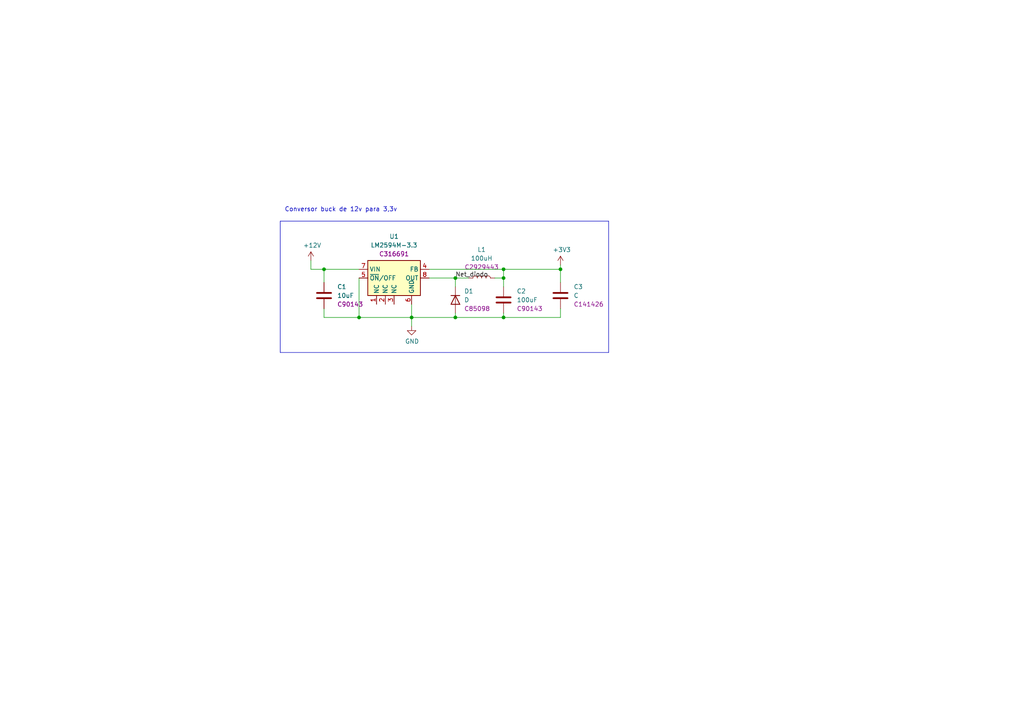
<source format=kicad_sch>
(kicad_sch (version 20230121) (generator eeschema)
  (paper "A4")
  (lib_symbols
    (symbol "Device:C" (pin_numbers hide) (pin_names (offset 0.254))
      (property "Reference" "C" (at 0.635 2.54 0))
      (property "Value" "C" (at 0.635 -2.54 0))
      (symbol "C_0_1"
        (polyline (pts (xy -2.032 -0.762) (xy 2.032 -0.762)) (stroke (width 0.508)))
        (polyline (pts (xy -2.032 0.762) (xy 2.032 0.762)) (stroke (width 0.508)))
      )
      (symbol "C_1_1"
        (pin passive line (at 0 3.81 270) (length 2.794) (name "~") (number "1"))
        (pin passive line (at 0 -3.81 90) (length 2.794) (name "~") (number "2"))
      )
    )
    (symbol "Device:D" (pin_numbers hide) (pin_names (offset 1.016) hide)
      (property "Reference" "D" (at 0 2.54 0))
      (property "Value" "D" (at 0 -2.54 0))
      (symbol "D_0_1"
        (polyline (pts (xy -1.27 1.27) (xy -1.27 -1.27)) (stroke (width 0.254)))
        (polyline (pts (xy 1.27 0) (xy -1.27 0)))
        (polyline (pts (xy 1.27 1.27) (xy 1.27 -1.27) (xy -1.27 0) (xy 1.27 1.27)) (stroke (width 0.254)))
      )
      (symbol "D_1_1"
        (pin passive line (at -3.81 0 0) (length 2.54) (name "K") (number "1"))
        (pin passive line (at 3.81 0 180) (length 2.54) (name "A") (number "2"))
      )
    )
    (symbol "Device:L" (pin_numbers hide) (pin_names (offset 1.016) hide)
      (property "Reference" "L" (at -1.27 0 90))
      (property "Value" "L" (at 1.905 0 90))
      (symbol "L_0_1"
        (arc (start 0 -2.54) (mid 0.6323 -1.905) (end 0 -1.27))
        (arc (start 0 -1.27) (mid 0.6323 -0.635) (end 0 0))
        (arc (start 0 0) (mid 0.6323 0.635) (end 0 1.27))
        (arc (start 0 1.27) (mid 0.6323 1.905) (end 0 2.54))
      )
      (symbol "L_1_1"
        (pin passive line (at 0 3.81 270) (length 1.27) (name "1") (number "1"))
        (pin passive line (at 0 -3.81 90) (length 1.27) (name "2") (number "2"))
      )
    )
    (symbol "Regulator_Switching:LM2594M-3.3"
      (property "Reference" "U" (at -7.62 6.35 0))
      (property "Value" "LM2594M-3.3" (at 0 6.35 0))
      (symbol "LM2594M-3.3_0_1"
        (rectangle (start -7.62 5.08) (end 7.62 -5.08) (stroke (width 0.254)) (fill (type background)))
      )
      (symbol "LM2594M-3.3_1_1"
        (pin passive line (at -5.08 -7.62 90) (length 2.54) (name "NC") (number "1"))
        (pin passive line (at -2.54 -7.62 90) (length 2.54) (name "NC") (number "2"))
        (pin passive line (at 0 -7.62 90) (length 2.54) (name "NC") (number "3"))
        (pin input line (at 10.16 2.54 180) (length 2.54) (name "FB") (number "4"))
        (pin input line (at -10.16 0 0) (length 2.54) (name "~{ON}/OFF") (number "5"))
        (pin power_in line (at 5.08 -7.62 90) (length 2.54) (name "GND") (number "6"))
        (pin power_in line (at -10.16 2.54 0) (length 2.54) (name "VIN") (number "7"))
        (pin output line (at 10.16 0 180) (length 2.54) (name "OUT") (number "8"))
      )
    )
    (symbol "power:+12V" (power) (pin_names (offset 0))
      (property "Value" "+12V" (at 0 3.556 0))
      (symbol "+12V_0_1"
        (polyline (pts (xy -0.762 1.27) (xy 0 2.54)))
        (polyline (pts (xy 0 0) (xy 0 2.54)))
        (polyline (pts (xy 0 2.54) (xy 0.762 1.27)))
      )
      (symbol "+12V_1_1"
        (pin power_in line (at 0 0 90) (length 0) hide (name "+12V") (number "1"))
      )
    )
    (symbol "power:+3.3V" (power) (pin_names (offset 0))
      (property "Value" "+3.3V" (at 0 3.556 0))
      (symbol "+3.3V_0_1"
        (polyline (pts (xy -0.762 1.27) (xy 0 2.54)))
        (polyline (pts (xy 0 0) (xy 0 2.54)))
        (polyline (pts (xy 0 2.54) (xy 0.762 1.27)))
      )
      (symbol "+3.3V_1_1"
        (pin power_in line (at 0 0 90) (length 0) hide (name "+3V3") (number "1"))
      )
    )
    (symbol "power:GND" (power) (pin_names (offset 0))
      (property "Value" "GND" (at 0 -3.81 0))
      (symbol "GND_0_1"
        (polyline (pts (xy 0 0) (xy 0 -1.27) (xy 1.27 -1.27) (xy 0 -2.54) (xy -1.27 -1.27) (xy 0 -1.27)))
      )
      (symbol "GND_1_1"
        (pin power_in line (at 0 0 270) (length 0) hide (name "GND") (number "1"))
      )
    )
  )
  (junction (at 146.05 92.075))
  (junction (at 93.98 78.105))
  (junction (at 162.56 78.105))
  (junction (at 146.05 78.105))
  (junction (at 104.14 92.075))
  (junction (at 146.05 80.645))
  (junction (at 132.08 80.645))
  (junction (at 119.38 92.075))
  (junction (at 132.08 92.075))
  (wire (pts (xy 146.05 92.075) (xy 146.05 90.805)))
  (polyline (pts (xy 176.53 102.235) (xy 176.53 64.135)))
  (wire (pts (xy 93.98 81.915) (xy 93.98 78.105)))
  (wire (pts (xy 162.56 76.835) (xy 162.56 78.105)))
  (wire (pts (xy 93.98 92.075) (xy 104.14 92.075)))
  (wire (pts (xy 132.08 80.645) (xy 135.89 80.645)))
  (wire (pts (xy 132.08 90.805) (xy 132.08 92.075)))
  (wire (pts (xy 162.56 81.915) (xy 162.56 78.105)))
  (polyline (pts (xy 81.28 64.135) (xy 176.53 64.135)))
  (wire (pts (xy 90.17 75.565) (xy 90.17 78.105)))
  (wire (pts (xy 104.14 80.645) (xy 104.14 92.075)))
  (wire (pts (xy 93.98 89.535) (xy 93.98 92.075)))
  (polyline (pts (xy 81.28 64.135) (xy 81.28 102.235)))
  (wire (pts (xy 119.38 92.075) (xy 119.38 94.615)))
  (wire (pts (xy 119.38 88.265) (xy 119.38 92.075)))
  (wire (pts (xy 90.17 78.105) (xy 93.98 78.105)))
  (polyline (pts (xy 81.28 102.235) (xy 176.53 102.235)))
  (wire (pts (xy 104.14 92.075) (xy 119.38 92.075)))
  (wire (pts (xy 146.05 80.645) (xy 146.05 83.185)))
  (wire (pts (xy 132.08 92.075) (xy 146.05 92.075)))
  (wire (pts (xy 124.46 80.645) (xy 132.08 80.645)))
  (wire (pts (xy 162.56 78.105) (xy 146.05 78.105)))
  (wire (pts (xy 146.05 92.075) (xy 162.56 92.075)))
  (wire (pts (xy 146.05 78.105) (xy 124.46 78.105)))
  (wire (pts (xy 93.98 78.105) (xy 104.14 78.105)))
  (wire (pts (xy 146.05 80.645) (xy 146.05 78.105)))
  (wire (pts (xy 143.51 80.645) (xy 146.05 80.645)))
  (wire (pts (xy 132.08 80.645) (xy 132.08 83.185)))
  (wire (pts (xy 162.56 89.535) (xy 162.56 92.075)))
  (wire (pts (xy 132.08 92.075) (xy 119.38 92.075)))
  (text "Conversor buck de 12v para 3,3v" (at 82.55 61.595 0) (effects (font (size 1.27 1.27)) (justify left bottom)))
  (label "Net_diodo" (at 132.08 80.645 0))
  (symbol (lib_id "power:+3.3V") (at 162.56 76.835 0) (unit 1)
    (property "Reference" "#PWR03" (effects hide))
    (property "Value" "+3.3V" (at 162.941 72.4408 0))
  )
  (symbol (lib_id "Device:C") (at 146.05 86.995 0) (unit 1)
    (property "Reference" "C2" (at 149.86 84.455 0) (effects (justify left)))
    (property "Value" "100uF" (at 149.86 86.995 0) (effects (justify left)))
    (property "Footprint" "Capacitor_SMD:C_1210_3225Metric" (effects hide))
    (property "LCSC" "C90143" (at 149.86 89.535 0) (effects (justify left)))
  )
  (symbol (lib_id "power:GND") (at 119.38 94.615 0) (unit 1)
    (property "Reference" "#PWR02" (effects hide))
    (property "Value" "GND" (at 119.507 99.0092 0))
  )
  (symbol (lib_id "Device:L") (at 139.7 80.645 90) (unit 1)
    (property "Reference" "L1" (at 139.7 72.39 90))
    (property "Value" "100uH" (at 139.7 74.93 90))
    (property "Footprint" "Inductor_SMD:L_7.3x7.3_H4.5" (effects hide))
    (property "LCSC" "C2929443" (at 139.7 77.47 90))
  )
  (symbol (lib_id "power:+12V") (at 90.17 75.565 0) (unit 1)
    (property "Reference" "#PWR01" (effects hide))
    (property "Value" "+12V" (at 90.551 71.1708 0))
  )
  (symbol (lib_id "Device:C") (at 93.98 85.725 0) (unit 1)
    (property "Reference" "C1" (at 97.79 83.185 0) (effects (justify left)))
    (property "Value" "10uF" (at 97.79 85.725 0) (effects (justify left)))
    (property "Footprint" "Capacitor_SMD:C_1210_3225Metric" (effects hide))
    (property "LCSC" "C90143" (at 97.79 88.265 0) (effects (justify left)))
  )
  (symbol (lib_id "Regulator_Switching:LM2594M-3.3") (at 114.3 80.645 0) (unit 1)
    (property "Reference" "U1" (at 114.3 68.58 0))
    (property "Value" "LM2594M-3.3" (at 114.3 71.12 0))
    (property "Footprint" "Package_SO:SOIC-8_3.9x4.9mm_P1.27mm" (effects hide))
    (property "Datasheet" "http://www.ti.com/lit/ds/symlink/lm2594.pdf" (effects hide))
    (property "LCSC" "C316691" (at 114.3 73.66 0))
  )
  (symbol (lib_id "Device:C") (at 162.56 85.725 0) (unit 1)
    (property "Reference" "C3" (at 166.37 83.185 0) (effects (justify left)))
    (property "Value" "C" (at 166.37 85.725 0) (effects (justify left)))
    (property "Footprint" "Capacitor_SMD:CP_Elec_6.3x7.7" (effects hide))
    (property "LCSC" "C141426" (at 166.37 88.265 0) (effects (justify left)))
  )
  (symbol (lib_id "Device:D") (at 132.08 86.995 270) (unit 1)
    (property "Reference" "D1" (at 134.62 84.455 90) (effects (justify left)))
    (property "Value" "D" (at 134.62 86.995 90) (effects (justify left)))
    (property "Footprint" "Diode_SMD:D_SMA" (effects hide))
    (property "LCSC" "C85098" (at 134.62 89.535 90) (effects (justify left)))
  )
)
</source>
